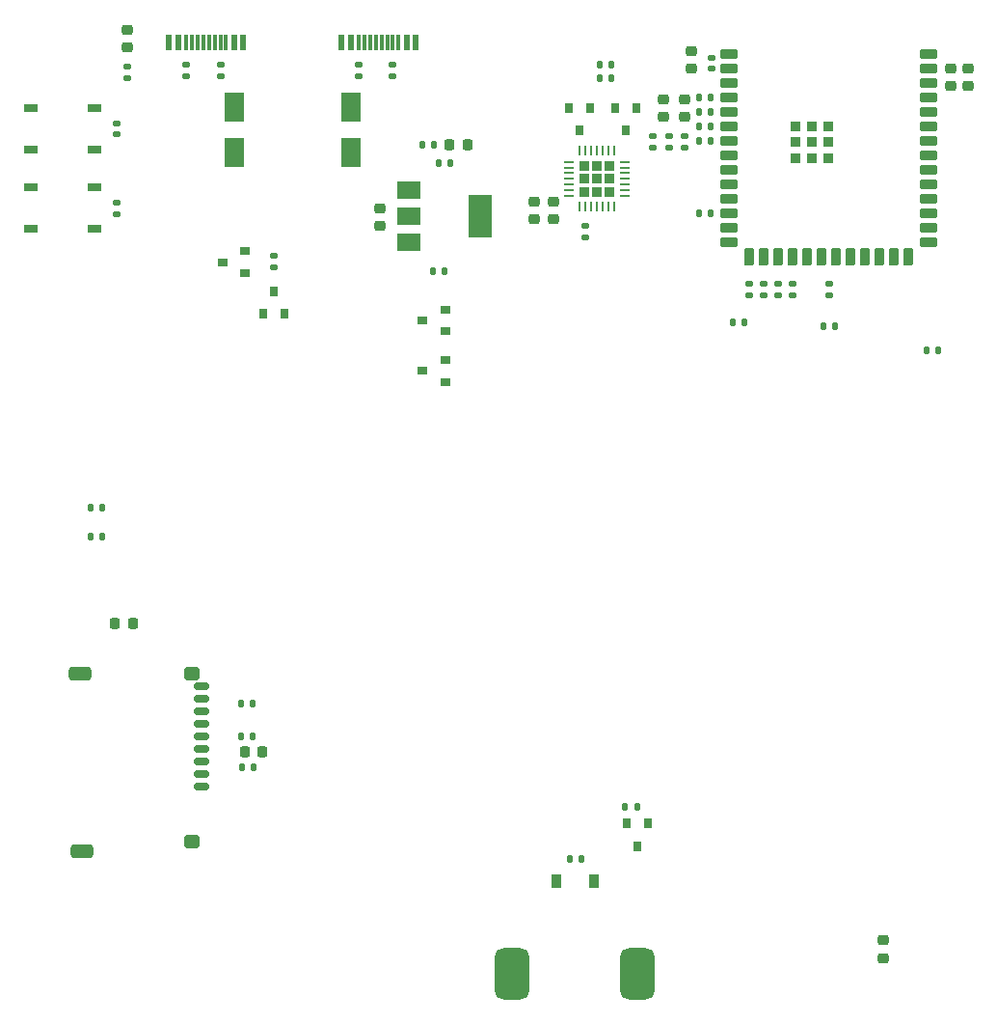
<source format=gtp>
G04 #@! TF.GenerationSoftware,KiCad,Pcbnew,6.0.2+dfsg-1*
G04 #@! TF.CreationDate,2023-06-12T23:47:37+02:00*
G04 #@! TF.ProjectId,Logic_1,4c6f6769-635f-4312-9e6b-696361645f70,rev?*
G04 #@! TF.SameCoordinates,Original*
G04 #@! TF.FileFunction,Paste,Top*
G04 #@! TF.FilePolarity,Positive*
%FSLAX46Y46*%
G04 Gerber Fmt 4.6, Leading zero omitted, Abs format (unit mm)*
G04 Created by KiCad (PCBNEW 6.0.2+dfsg-1) date 2023-06-12 23:47:37*
%MOMM*%
%LPD*%
G01*
G04 APERTURE LIST*
G04 Aperture macros list*
%AMRoundRect*
0 Rectangle with rounded corners*
0 $1 Rounding radius*
0 $2 $3 $4 $5 $6 $7 $8 $9 X,Y pos of 4 corners*
0 Add a 4 corners polygon primitive as box body*
4,1,4,$2,$3,$4,$5,$6,$7,$8,$9,$2,$3,0*
0 Add four circle primitives for the rounded corners*
1,1,$1+$1,$2,$3*
1,1,$1+$1,$4,$5*
1,1,$1+$1,$6,$7*
1,1,$1+$1,$8,$9*
0 Add four rect primitives between the rounded corners*
20,1,$1+$1,$2,$3,$4,$5,0*
20,1,$1+$1,$4,$5,$6,$7,0*
20,1,$1+$1,$6,$7,$8,$9,0*
20,1,$1+$1,$8,$9,$2,$3,0*%
G04 Aperture macros list end*
%ADD10RoundRect,0.135000X-0.135000X-0.185000X0.135000X-0.185000X0.135000X0.185000X-0.135000X0.185000X0*%
%ADD11RoundRect,0.175000X0.475000X-0.175000X0.475000X0.175000X-0.475000X0.175000X-0.475000X-0.175000X0*%
%ADD12RoundRect,0.300000X-0.700000X0.300000X-0.700000X-0.300000X0.700000X-0.300000X0.700000X0.300000X0*%
%ADD13RoundRect,0.287500X-0.412500X0.287500X-0.412500X-0.287500X0.412500X-0.287500X0.412500X0.287500X0*%
%ADD14RoundRect,0.300000X-0.400000X0.300000X-0.400000X-0.300000X0.400000X-0.300000X0.400000X0.300000X0*%
%ADD15R,0.800000X0.900000*%
%ADD16R,0.900000X1.200000*%
%ADD17RoundRect,0.135000X0.185000X-0.135000X0.185000X0.135000X-0.185000X0.135000X-0.185000X-0.135000X0*%
%ADD18RoundRect,0.225000X0.250000X-0.225000X0.250000X0.225000X-0.250000X0.225000X-0.250000X-0.225000X0*%
%ADD19RoundRect,0.100000X-0.650000X-0.350000X0.650000X-0.350000X0.650000X0.350000X-0.650000X0.350000X0*%
%ADD20RoundRect,0.100000X-0.350000X0.650000X-0.350000X-0.650000X0.350000X-0.650000X0.350000X0.650000X0*%
%ADD21RoundRect,0.100000X-0.350000X-0.350000X0.350000X-0.350000X0.350000X0.350000X-0.350000X0.350000X0*%
%ADD22RoundRect,0.140000X-0.140000X-0.170000X0.140000X-0.170000X0.140000X0.170000X-0.140000X0.170000X0*%
%ADD23RoundRect,0.218750X-0.218750X-0.256250X0.218750X-0.256250X0.218750X0.256250X-0.218750X0.256250X0*%
%ADD24RoundRect,0.225000X-0.250000X0.225000X-0.250000X-0.225000X0.250000X-0.225000X0.250000X0.225000X0*%
%ADD25RoundRect,0.218750X0.256250X-0.218750X0.256250X0.218750X-0.256250X0.218750X-0.256250X-0.218750X0*%
%ADD26RoundRect,0.135000X-0.185000X0.135000X-0.185000X-0.135000X0.185000X-0.135000X0.185000X0.135000X0*%
%ADD27R,0.900000X0.800000*%
%ADD28RoundRect,0.750000X0.750000X1.500000X-0.750000X1.500000X-0.750000X-1.500000X0.750000X-1.500000X0*%
%ADD29RoundRect,0.750000X0.750000X-1.500000X0.750000X1.500000X-0.750000X1.500000X-0.750000X-1.500000X0*%
%ADD30RoundRect,0.225000X-0.225000X-0.225000X0.225000X-0.225000X0.225000X0.225000X-0.225000X0.225000X0*%
%ADD31RoundRect,0.062500X-0.337500X-0.062500X0.337500X-0.062500X0.337500X0.062500X-0.337500X0.062500X0*%
%ADD32RoundRect,0.062500X-0.062500X-0.337500X0.062500X-0.337500X0.062500X0.337500X-0.062500X0.337500X0*%
%ADD33RoundRect,0.135000X0.135000X0.185000X-0.135000X0.185000X-0.135000X-0.185000X0.135000X-0.185000X0*%
%ADD34R,2.000000X1.500000*%
%ADD35R,2.000000X3.800000*%
%ADD36R,0.600000X1.450000*%
%ADD37R,0.300000X1.450000*%
%ADD38R,1.300000X0.700000*%
%ADD39R,1.800000X2.500000*%
%ADD40RoundRect,0.140000X-0.170000X0.140000X-0.170000X-0.140000X0.170000X-0.140000X0.170000X0.140000X0*%
%ADD41RoundRect,0.225000X-0.225000X-0.250000X0.225000X-0.250000X0.225000X0.250000X-0.225000X0.250000X0*%
G04 APERTURE END LIST*
D10*
G04 #@! TO.C,R19*
X194370000Y-119960000D03*
X195390000Y-119960000D03*
G04 #@! TD*
D11*
G04 #@! TO.C,J2*
X157180000Y-118252500D03*
X157180000Y-117152500D03*
X157180000Y-116052500D03*
X157180000Y-114952500D03*
X157180000Y-113852500D03*
X157180000Y-112752500D03*
X157180000Y-111652500D03*
X157180000Y-110552500D03*
X157180000Y-109452500D03*
D12*
X146530000Y-108352500D03*
X146630000Y-123872500D03*
D13*
X156330000Y-108302500D03*
D14*
X156330000Y-123032500D03*
G04 #@! TD*
D15*
G04 #@! TO.C,Q6*
X196400000Y-121460000D03*
X194500000Y-121460000D03*
X195450000Y-123460000D03*
G04 #@! TD*
D16*
G04 #@! TO.C,D114*
X188350000Y-126560000D03*
X191650000Y-126560000D03*
G04 #@! TD*
D17*
G04 #@! TO.C,R16*
X173960000Y-55905000D03*
X173960000Y-54885000D03*
G04 #@! TD*
G04 #@! TO.C,R17*
X170955000Y-55895000D03*
X170955000Y-54875000D03*
G04 #@! TD*
D18*
G04 #@! TO.C,C24*
X188050000Y-68425000D03*
X188050000Y-66875000D03*
G04 #@! TD*
D19*
G04 #@! TO.C,U3*
X203505000Y-53995000D03*
X203505000Y-55265000D03*
X203505000Y-56535000D03*
X203505000Y-57805000D03*
X203505000Y-59075000D03*
X203505000Y-60345000D03*
X203505000Y-61615000D03*
X203505000Y-62885000D03*
X203505000Y-64155000D03*
X203505000Y-65425000D03*
X203505000Y-66695000D03*
X203505000Y-67965000D03*
X203505000Y-69235000D03*
X203505000Y-70505000D03*
D20*
X205270000Y-71735000D03*
X206540000Y-71735000D03*
X207810000Y-71775000D03*
X209080000Y-71775000D03*
X210350000Y-71775000D03*
X211620000Y-71775000D03*
X212890000Y-71775000D03*
X214160000Y-71775000D03*
X215430000Y-71775000D03*
X216700000Y-71775000D03*
X217970000Y-71775000D03*
X219240000Y-71775000D03*
D19*
X221005000Y-70505000D03*
X221005000Y-69235000D03*
X221005000Y-67965000D03*
X221005000Y-66695000D03*
X221005000Y-65425000D03*
X221005000Y-64155000D03*
X221005000Y-62885000D03*
X221005000Y-61615000D03*
X221005000Y-60345000D03*
X221005000Y-59075000D03*
X221005000Y-57805000D03*
X221005000Y-56535000D03*
X221005000Y-55265000D03*
X221005000Y-53995000D03*
D21*
X209355000Y-63095000D03*
X212155000Y-60295000D03*
X210755000Y-63095000D03*
X210755000Y-60295000D03*
X209355000Y-61695000D03*
X212155000Y-63095000D03*
X210755000Y-61695000D03*
X209355000Y-60295000D03*
X212155000Y-61695000D03*
G04 #@! TD*
D22*
G04 #@! TO.C,C25*
X178010000Y-63505000D03*
X178970000Y-63505000D03*
G04 #@! TD*
D23*
G04 #@! TO.C,D2*
X178960000Y-61935000D03*
X180535000Y-61935000D03*
G04 #@! TD*
D24*
G04 #@! TO.C,C1*
X222930000Y-55200000D03*
X222930000Y-56750000D03*
G04 #@! TD*
D18*
G04 #@! TO.C,C4*
X217040000Y-133260000D03*
X217040000Y-131710000D03*
G04 #@! TD*
D25*
G04 #@! TO.C,D10*
X197695000Y-59495000D03*
X197695000Y-57920000D03*
G04 #@! TD*
D24*
G04 #@! TO.C,C5*
X224440000Y-55200000D03*
X224440000Y-56750000D03*
G04 #@! TD*
D25*
G04 #@! TO.C,D1*
X150600000Y-53387500D03*
X150600000Y-51812500D03*
G04 #@! TD*
D15*
G04 #@! TO.C,Q2*
X195345000Y-58675000D03*
X193445000Y-58675000D03*
X194395000Y-60675000D03*
G04 #@! TD*
D26*
G04 #@! TO.C,R15*
X163495000Y-71690000D03*
X163495000Y-72710000D03*
G04 #@! TD*
D27*
G04 #@! TO.C,Q5*
X161000000Y-73155000D03*
X161000000Y-71255000D03*
X159000000Y-72205000D03*
G04 #@! TD*
D10*
G04 #@! TO.C,R3*
X176550000Y-61940000D03*
X177570000Y-61940000D03*
G04 #@! TD*
G04 #@! TO.C,R7*
X200880000Y-60340000D03*
X201900000Y-60340000D03*
G04 #@! TD*
D17*
G04 #@! TO.C,R10*
X207800000Y-75110000D03*
X207800000Y-74090000D03*
G04 #@! TD*
G04 #@! TO.C,R14*
X212255000Y-75115000D03*
X212255000Y-74095000D03*
G04 #@! TD*
D15*
G04 #@! TO.C,Q4*
X162545000Y-76755000D03*
X164445000Y-76755000D03*
X163495000Y-74755000D03*
G04 #@! TD*
D10*
G04 #@! TO.C,R9*
X200880000Y-67970000D03*
X201900000Y-67970000D03*
G04 #@! TD*
D28*
G04 #@! TO.C,BZ1*
X184450000Y-134660000D03*
D29*
X195450000Y-134660000D03*
G04 #@! TD*
D30*
G04 #@! TO.C,U2*
X191880000Y-64910000D03*
X190760000Y-63790000D03*
X193000000Y-66030000D03*
X190760000Y-64910000D03*
X193000000Y-63790000D03*
X191880000Y-66030000D03*
X191880000Y-63790000D03*
X190760000Y-66030000D03*
X193000000Y-64910000D03*
D31*
X189430000Y-63410000D03*
X189430000Y-63910000D03*
X189430000Y-64410000D03*
X189430000Y-64910000D03*
X189430000Y-65410000D03*
X189430000Y-65910000D03*
X189430000Y-66410000D03*
D32*
X190380000Y-67360000D03*
X190880000Y-67360000D03*
X191380000Y-67360000D03*
X191880000Y-67360000D03*
X192380000Y-67360000D03*
X192880000Y-67360000D03*
X193380000Y-67360000D03*
D31*
X194330000Y-66410000D03*
X194330000Y-65910000D03*
X194330000Y-65410000D03*
X194330000Y-64910000D03*
X194330000Y-64410000D03*
X194330000Y-63910000D03*
X194330000Y-63410000D03*
D32*
X193380000Y-62460000D03*
X192880000Y-62460000D03*
X192380000Y-62460000D03*
X191880000Y-62460000D03*
X191380000Y-62460000D03*
X190880000Y-62460000D03*
X190380000Y-62460000D03*
G04 #@! TD*
D15*
G04 #@! TO.C,Q1*
X191320000Y-58680000D03*
X189420000Y-58680000D03*
X190370000Y-60680000D03*
G04 #@! TD*
D17*
G04 #@! TO.C,R2*
X150600000Y-56110000D03*
X150600000Y-55090000D03*
G04 #@! TD*
D10*
G04 #@! TO.C,R8*
X200880000Y-61615000D03*
X201900000Y-61615000D03*
G04 #@! TD*
D27*
G04 #@! TO.C,Q8*
X178555000Y-78275000D03*
X178555000Y-76375000D03*
X176555000Y-77325000D03*
G04 #@! TD*
D17*
G04 #@! TO.C,R12*
X209070000Y-75110000D03*
X209070000Y-74090000D03*
G04 #@! TD*
D33*
G04 #@! TO.C,R18*
X148475000Y-93740000D03*
X147455000Y-93740000D03*
G04 #@! TD*
D27*
G04 #@! TO.C,Q7*
X178560000Y-82705000D03*
X178560000Y-80805000D03*
X176560000Y-81755000D03*
G04 #@! TD*
D10*
G04 #@! TO.C,R4*
X200880000Y-57805000D03*
X201900000Y-57805000D03*
G04 #@! TD*
D33*
G04 #@! TO.C,R11*
X148470000Y-96285000D03*
X147450000Y-96285000D03*
G04 #@! TD*
D34*
G04 #@! TO.C,U1*
X175340000Y-65905000D03*
D35*
X181640000Y-68205000D03*
D34*
X175340000Y-68205000D03*
X175340000Y-70505000D03*
G04 #@! TD*
D36*
G04 #@! TO.C,J8*
X175960000Y-52945000D03*
X175160000Y-52945000D03*
D37*
X173960000Y-52945000D03*
X172960000Y-52945000D03*
X172460000Y-52945000D03*
X171460000Y-52945000D03*
D36*
X170260000Y-52945000D03*
X169460000Y-52945000D03*
X169460000Y-52945000D03*
X170260000Y-52945000D03*
D37*
X170960000Y-52945000D03*
X171960000Y-52945000D03*
X173460000Y-52945000D03*
X174460000Y-52945000D03*
D36*
X175160000Y-52945000D03*
X175960000Y-52945000D03*
G04 #@! TD*
D38*
G04 #@! TO.C,BOOT1*
X142200000Y-58665000D03*
X147800000Y-58665000D03*
X147800000Y-62315000D03*
X142200000Y-62315000D03*
G04 #@! TD*
D39*
G04 #@! TO.C,D7*
X170250000Y-62630000D03*
X170250000Y-58630000D03*
G04 #@! TD*
D10*
G04 #@! TO.C,R6*
X200875000Y-59075000D03*
X201895000Y-59075000D03*
G04 #@! TD*
D25*
G04 #@! TO.C,D9*
X199595000Y-59495000D03*
X199595000Y-57920000D03*
G04 #@! TD*
D17*
G04 #@! TO.C,R21*
X155815000Y-55910000D03*
X155815000Y-54890000D03*
G04 #@! TD*
D24*
G04 #@! TO.C,C128*
X186400000Y-66875000D03*
X186400000Y-68425000D03*
G04 #@! TD*
G04 #@! TO.C,C27*
X200200000Y-53720000D03*
X200200000Y-55270000D03*
G04 #@! TD*
D33*
G04 #@! TO.C,R26*
X193165000Y-54885000D03*
X192145000Y-54885000D03*
G04 #@! TD*
D10*
G04 #@! TO.C,R34*
X160640000Y-110900000D03*
X161660000Y-110900000D03*
G04 #@! TD*
D40*
G04 #@! TO.C,C28*
X201965000Y-54305000D03*
X201965000Y-55265000D03*
G04 #@! TD*
D33*
G04 #@! TO.C,R33*
X190510000Y-124560000D03*
X189490000Y-124560000D03*
G04 #@! TD*
D38*
G04 #@! TO.C,RESET1*
X142200000Y-65665000D03*
X147800000Y-65665000D03*
X147800000Y-69315000D03*
X142200000Y-69315000D03*
G04 #@! TD*
D33*
G04 #@! TO.C,R29*
X221845000Y-79965000D03*
X220825000Y-79965000D03*
G04 #@! TD*
D10*
G04 #@! TO.C,R35*
X160650000Y-113850000D03*
X161670000Y-113850000D03*
G04 #@! TD*
D26*
G04 #@! TO.C,R31*
X196795000Y-61190000D03*
X196795000Y-62210000D03*
G04 #@! TD*
D33*
G04 #@! TO.C,R1*
X204820000Y-77500000D03*
X203800000Y-77500000D03*
G04 #@! TD*
D26*
G04 #@! TO.C,R24*
X199595000Y-61185000D03*
X199595000Y-62205000D03*
G04 #@! TD*
D36*
G04 #@! TO.C,J11*
X160815000Y-52945000D03*
X160015000Y-52945000D03*
D37*
X158815000Y-52945000D03*
X157815000Y-52945000D03*
X157315000Y-52945000D03*
X156315000Y-52945000D03*
D36*
X155115000Y-52945000D03*
X154315000Y-52945000D03*
X154315000Y-52945000D03*
X155115000Y-52945000D03*
D37*
X155815000Y-52945000D03*
X156815000Y-52945000D03*
X158315000Y-52945000D03*
X159315000Y-52945000D03*
D36*
X160015000Y-52945000D03*
X160815000Y-52945000D03*
G04 #@! TD*
D10*
G04 #@! TO.C,R36*
X160690000Y-116500000D03*
X161710000Y-116500000D03*
G04 #@! TD*
D18*
G04 #@! TO.C,C127*
X172850000Y-69025000D03*
X172850000Y-67475000D03*
G04 #@! TD*
D39*
G04 #@! TO.C,D8*
X160020000Y-62635000D03*
X160020000Y-58635000D03*
G04 #@! TD*
D40*
G04 #@! TO.C,C29*
X149750000Y-60040000D03*
X149750000Y-61000000D03*
G04 #@! TD*
D26*
G04 #@! TO.C,R23*
X198255000Y-61190000D03*
X198255000Y-62210000D03*
G04 #@! TD*
D10*
G04 #@! TO.C,R32*
X211745000Y-77865000D03*
X212765000Y-77865000D03*
G04 #@! TD*
D41*
G04 #@! TO.C,C23*
X149575000Y-103900000D03*
X151125000Y-103900000D03*
G04 #@! TD*
D26*
G04 #@! TO.C,R27*
X206535000Y-74090000D03*
X206535000Y-75110000D03*
G04 #@! TD*
G04 #@! TO.C,R30*
X205275000Y-74090000D03*
X205275000Y-75110000D03*
G04 #@! TD*
D40*
G04 #@! TO.C,C26*
X149750000Y-67035000D03*
X149750000Y-67995000D03*
G04 #@! TD*
D41*
G04 #@! TO.C,C22*
X160975000Y-115150000D03*
X162525000Y-115150000D03*
G04 #@! TD*
D10*
G04 #@! TO.C,R25*
X192145000Y-56055000D03*
X193165000Y-56055000D03*
G04 #@! TD*
D17*
G04 #@! TO.C,R22*
X190865000Y-70050000D03*
X190865000Y-69030000D03*
G04 #@! TD*
D33*
G04 #@! TO.C,R28*
X178510000Y-73015000D03*
X177490000Y-73015000D03*
G04 #@! TD*
D17*
G04 #@! TO.C,R20*
X158820000Y-55910000D03*
X158820000Y-54890000D03*
G04 #@! TD*
M02*

</source>
